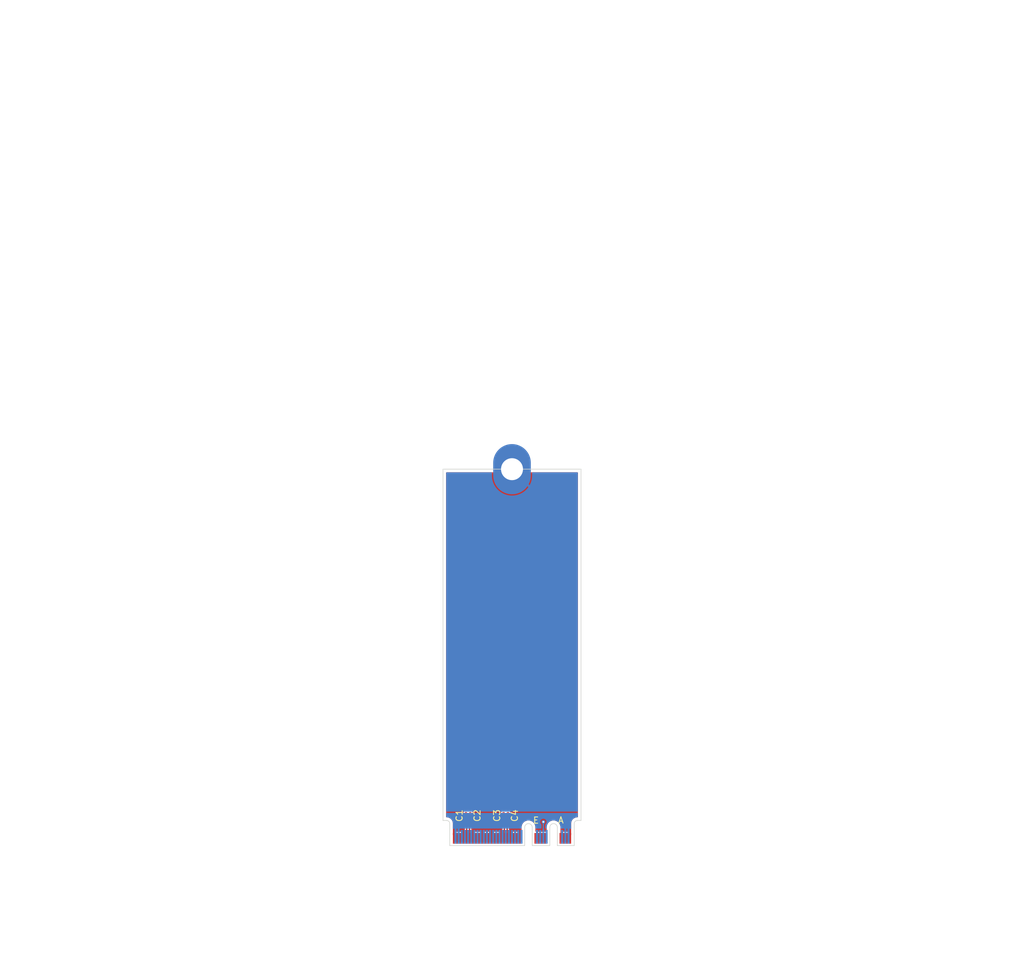
<source format=kicad_pcb>
(kicad_pcb (version 20241229) (generator "pcbnew") (generator_version "9.0")
  (layers (0 "F.Cu" signal) (2 "B.Cu" signal) (13 "F.Paste" user) (15 "B.Paste" user) (5 "F.SilkS" user "F.Silkscreen") (7 "B.SilkS" user "B.Silkscreen") (1 "F.Mask" user) (3 "B.Mask" user) (25 "Edge.Cuts" user))
  (net 0 "")
  (net 1 "GND")
  (net 2 "/M.2 A+E Key/PET1P")
  (net 3 "/M.2 A+E Key/PET0N")
  (net 4 "/M.2 A+E Key/PET1N")
  (net 5 "/M.2 A+E Key/PET0P")
  (net 6 "/PET0-")
  (net 7 "/PET1-")
  (net 8 "+3.3V")
  (net 9 "/USB_D+")
  (net 10 "/USB_D-")
  (net 11 "/LED#1")
  (net 12 "/LED#2")
  (net 21 "/PER0-")
  (net 23 "/PER0+")
  (net 29 "/REFCLK0+")
  (net 31 "/REFCLK0-")
  (net 32 "/SUSCLK")
  (net 33 "/PERST0#")
  (net 34 "/CLKREQ0#")
  (net 35 "/W_DISABLE2#")
  (net 36 "/PEWAKE#")
  (net 37 "/W_DISABLE1#")
  (net 38 "/I2C_DATA")
  (net 39 "/PER1+")
  (net 40 "/I2C_CLK")
  (net 41 "/PER1-")
  (net 42 "/ALERT#")
  (net 44 "/PERST1#")
  (net 45 "/CLKREQ1#")
  (net 46 "/PEWAKE1#")
  (net 47 "/REFCLK1+")
  (net 48 "/REFCLK1-")
  (net 49 "/PET0+")
  (net 50 "/PET1+")
  (footprint "PCIexpress:M.2 A+E Key Connector" (layer "F.Cu") (at 108.05 156.08)
    (property "Reference" "J1")
    (property "Value" "~")
    (fp_line (start -11 -2.89) (end -10.425 -2.89) (stroke (width 0.1)) (layer "Edge.Cuts"))
    (fp_line (start -9.925 -2.39) (end -9.925 1.11) (stroke (width 0.1)) (layer "Edge.Cuts"))
    (fp_line (start 2.025 -1.79) (end 2.025 1.11) (stroke (width 0.1)) (layer "Edge.Cuts"))
    (fp_line (start 2.025 1.11) (end -9.925 1.11) (stroke (width 0.1)) (layer "Edge.Cuts"))
    (fp_line (start 3.225 -1.79) (end 3.225 1.11) (stroke (width 0.1)) (layer "Edge.Cuts"))
    (fp_line (start 3.225 1.11) (end 6.025 1.11) (stroke (width 0.1)) (layer "Edge.Cuts"))
    (fp_line (start 6.025 -1.79) (end 6.025 1.11) (stroke (width 0.1)) (layer "Edge.Cuts"))
    (fp_line (start 7.225 -1.79) (end 7.225 1.11) (stroke (width 0.1)) (layer "Edge.Cuts"))
    (fp_line (start 7.225 1.11) (end 9.925 1.11) (stroke (width 0.1)) (layer "Edge.Cuts"))
    (fp_line (start 9.925 -2.39) (end 9.925 1.11) (stroke (width 0.1)) (layer "Edge.Cuts"))
    (fp_line (start 10.425 -2.89) (end 11 -2.89) (stroke (width 0.1)) (layer "Edge.Cuts"))
    (fp_arc (start -10.425 -2.89) (mid -10.071447 -2.743553) (end -9.925 -2.39) (stroke (width 0.1)) (layer "Edge.Cuts"))
    (fp_arc (start 2.025 -1.79) (mid 2.625 -2.39) (end 3.225 -1.79) (stroke (width 0.1)) (layer "Edge.Cuts"))
    (fp_arc (start 6.025 -1.79) (mid 6.625 -2.39) (end 7.225 -1.79) (stroke (width 0.1)) (layer "Edge.Cuts"))
    (fp_arc (start 9.925 -2.39) (mid 10.071447 -2.743553) (end 10.425 -2.89) (stroke (width 0.1)) (layer "Edge.Cuts"))
    (fp_text user "E" (at 3.28 -2.32 0) (layer "F.SilkS") (effects (justify left bottom)))
    (fp_text user "A" (at 7.265 -2.345 0) (layer "F.SilkS") (effects (justify left bottom)))
    (pad "1" smd rect (at 9.25 -0.04 180) (size 0.35 1.7) (layers "F.Cu") (net 1 "GND"))
    (pad "2" smd rect (at 9 -0.29 180) (size 0.35 2.2) (layers "B.Cu") (net 8 "+3.3V"))
    (pad "3" smd rect (at 8.75 -0.04 180) (size 0.35 1.7) (layers "F.Cu") (net 9 "/USB_D+"))
    (pad "4" smd rect (at 8.5 -0.29 180) (size 0.35 2.2) (layers "B.Cu") (net 8 "+3.3V"))
    (pad "5" smd rect (at 8.25 -0.04 180) (size 0.35 1.7) (layers "F.Cu") (net 10 "/USB_D-"))
    (pad "6" smd rect (at 8 -0.29 180) (size 0.35 2.2) (layers "B.Cu") (net 11 "/LED#1"))
    (pad "7" smd rect (at 7.75 -0.04 180) (size 0.35 1.7) (layers "F.Cu") (net 1 "GND"))
    (pad "16" smd rect (at 5.5 -0.29 180) (size 0.35 2.2) (layers "B.Cu") (net 12 "/LED#2"))
    (pad "17" smd rect (at 5.25 -0.04 180) (size 0.35 1.7) (layers "F.Cu"))
    (pad "18" smd rect (at 5 -0.29 180) (size 0.35 2.2) (layers "B.Cu") (net 1 "GND"))
    (pad "19" smd rect (at 4.75 -0.04 180) (size 0.35 1.7) (layers "F.Cu"))
    (pad "20" smd rect (at 4.5 -0.29 180) (size 0.35 2.2) (layers "B.Cu"))
    (pad "21" smd rect (at 4.25 -0.04 180) (size 0.35 1.7) (layers "F.Cu"))
    (pad "22" smd rect (at 4 -0.29 180) (size 0.35 2.2) (layers "B.Cu"))
    (pad "23" smd rect (at 3.75 -0.04 180) (size 0.35 1.7) (layers "F.Cu"))
    (pad "32" smd rect (at 1.5 -0.29 180) (size 0.35 2.2) (layers "B.Cu"))
    (pad "33" smd rect (at 1.25 -0.04 180) (size 0.35 1.7) (layers "F.Cu") (net 1 "GND"))
    (pad "34" smd rect (at 1 -0.29 180) (size 0.35 2.2) (layers "B.Cu"))
    (pad "35" smd rect (at 0.75 -0.04 180) (size 0.35 1.7) (layers "F.Cu") (net 21 "/PER0-"))
    (pad "36" smd rect (at 0.5 -0.29 180) (size 0.35 2.2) (layers "B.Cu"))
    (pad "37" smd rect (at 0.25 -0.04 180) (size 0.35 1.7) (layers "F.Cu") (net 23 "/PER0+"))
    (pad "38" smd rect (at 0 -0.29 180) (size 0.35 2.2) (layers "B.Cu"))
    (pad "39" smd rect (at -0.25 -0.04 180) (size 0.35 1.7) (layers "F.Cu") (net 1 "GND"))
    (pad "40" smd rect (at -0.5 -0.29 180) (size 0.35 2.2) (layers "B.Cu"))
    (pad "41" smd rect (at -0.75 -0.04 180) (size 0.35 1.7) (layers "F.Cu") (net 5 "/M.2 A+E Key/PET0P"))
    (pad "42" smd rect (at -1 -0.29 180) (size 0.35 2.2) (layers "B.Cu"))
    (pad "43" smd rect (at -1.25 -0.04 180) (size 0.35 1.7) (layers "F.Cu") (net 3 "/M.2 A+E Key/PET0N"))
    (pad "44" smd rect (at -1.5 -0.29 180) (size 0.35 2.2) (layers "B.Cu"))
    (pad "45" smd rect (at -1.75 -0.04 180) (size 0.35 1.7) (layers "F.Cu") (net 1 "GND"))
    (pad "46" smd rect (at -2 -0.29 180) (size 0.35 2.2) (layers "B.Cu"))
    (pad "47" smd rect (at -2.25 -0.04 180) (size 0.35 1.7) (layers "F.Cu") (net 29 "/REFCLK0+"))
    (pad "48" smd rect (at -2.5 -0.29 180) (size 0.35 2.2) (layers "B.Cu"))
    (pad "49" smd rect (at -2.75 -0.04 180) (size 0.35 1.7) (layers "F.Cu") (net 31 "/REFCLK0-"))
    (pad "50" smd rect (at -3 -0.29 180) (size 0.35 2.2) (layers "B.Cu") (net 32 "/SUSCLK"))
    (pad "51" smd rect (at -3.25 -0.04 180) (size 0.35 1.7) (layers "F.Cu") (net 1 "GND"))
    (pad "52" smd rect (at -3.5 -0.29 180) (size 0.35 2.2) (layers "B.Cu") (net 33 "/PERST0#"))
    (pad "53" smd rect (at -3.75 -0.04 180) (size 0.35 1.7) (layers "F.Cu") (net 34 "/CLKREQ0#"))
    (pad "54" smd rect (at -4 -0.29 180) (size 0.35 2.2) (layers "B.Cu") (net 35 "/W_DISABLE2#"))
    (pad "55" smd rect (at -4.25 -0.04 180) (size 0.35 1.7) (layers "F.Cu") (net 36 "/PEWAKE#"))
    (pad "56" smd rect (at -4.5 -0.29 180) (size 0.35 2.2) (layers "B.Cu") (net 37 "/W_DISABLE1#"))
    (pad "57" smd rect (at -4.75 -0.04 180) (size 0.35 1.7) (layers "F.Cu") (net 1 "GND"))
    (pad "58" smd rect (at -5 -0.29 180) (size 0.35 2.2) (layers "B.Cu") (net 38 "/I2C_DATA"))
    (pad "59" smd rect (at -5.25 -0.04 180) (size 0.35 1.7) (layers "F.Cu") (net 39 "/PER1+"))
    (pad "60" smd rect (at -5.5 -0.29 180) (size 0.35 2.2) (layers "B.Cu") (net 40 "/I2C_CLK"))
    (pad "61" smd rect (at -5.75 -0.04 180) (size 0.35 1.7) (layers "F.Cu") (net 41 "/PER1-"))
    (pad "62" smd rect (at -6 -0.29 180) (size 0.35 2.2) (layers "B.Cu") (net 42 "/ALERT#"))
    (pad "63" smd rect (at -6.25 -0.04 180) (size 0.35 1.7) (layers "F.Cu") (net 1 "GND"))
    (pad "64" smd rect (at -6.5 -0.29 180) (size 0.35 2.2) (layers "B.Cu"))
    (pad "65" smd rect (at -6.75 -0.04 180) (size 0.35 1.7) (layers "F.Cu") (net 2 "/M.2 A+E Key/PET1P"))
    (pad "66" smd rect (at -7 -0.29 180) (size 0.35 2.2) (layers "B.Cu") (net 44 "/PERST1#"))
    (pad "67" smd rect (at -7.25 -0.04 180) (size 0.35 1.7) (layers "F.Cu") (net 4 "/M.2 A+E Key/PET1N"))
    (pad "68" smd rect (at -7.5 -0.29 180) (size 0.35 2.2) (layers "B.Cu") (net 45 "/CLKREQ1#"))
    (pad "69" smd rect (at -7.75 -0.04 180) (size 0.35 1.7) (layers "F.Cu") (net 1 "GND"))
    (pad "70" smd rect (at -8 -0.29 180) (size 0.35 2.2) (layers "B.Cu") (net 46 "/PEWAKE1#"))
    (pad "71" smd rect (at -8.25 -0.04 180) (size 0.35 1.7) (layers "F.Cu") (net 47 "/REFCLK1+"))
    (pad "72" smd rect (at -8.5 -0.29 180) (size 0.35 2.2) (layers "B.Cu") (net 8 "+3.3V"))
    (pad "73" smd rect (at -8.75 -0.04 180) (size 0.35 1.7) (layers "F.Cu") (net 48 "/REFCLK1-"))
    (pad "74" smd rect (at -9 -0.29 180) (size 0.35 2.2) (layers "B.Cu") (net 8 "+3.3V"))
    (pad "75" smd rect (at -9.25 -0.04 180) (size 0.35 1.7) (layers "F.Cu") (net 1 "GND"))
  )
  (footprint "Capacitor_SMD:C_0201_0603Metric" (layer "F.Cu") (at 100.7 152.42 90)
    (property "Reference" "C1" (at 0 -1.05 90) (layer "F.SilkS"))
    (property "Value" "220nF")
    (pad "1" smd roundrect (at -0.32 0 90) (size 0.46 0.4) (layers "F.Cu" "F.Mask") (net 4 "/M.2 A+E Key/PET1N"))
    (pad "2" smd roundrect (at 0.32 0 90) (size 0.46 0.4) (layers "F.Cu" "F.Mask") (net 7 "/PET1-"))
  )
  (footprint "Athena KiCAd library:M.2 Mounting Pad" (layer "F.Cu") (at 108.05 97.19)
    (property "Reference" "H1")
    (property "Value" "MountingHole_Pad")
    (pad "1" thru_hole circle (at 0 0) (size 5.5 5.5) (drill 3.5) (property pad_prop_castellated) (layers "*.Cu" "*.Mask") (net 1 "GND") (padstack (mode front_inner_back) (layer "Inner" (shape circle) (size 5.5 5.5)) (layer "B.Cu" (shape oval) (size 6 8))))
  )
  (footprint "Capacitor_SMD:C_0201_0603Metric" (layer "F.Cu") (at 106.7 152.42 90)
    (property "Reference" "C3" (at 0 -1.05 90) (layer "F.SilkS"))
    (property "Value" "220nF")
    (pad "1" smd roundrect (at -0.32 0 90) (size 0.46 0.4) (layers "F.Cu" "F.Mask") (net 3 "/M.2 A+E Key/PET0N"))
    (pad "2" smd roundrect (at 0.32 0 90) (size 0.46 0.4) (layers "F.Cu" "F.Mask") (net 6 "/PET0-"))
  )
  (footprint "Capacitor_SMD:C_0201_0603Metric" (layer "F.Cu") (at 107.4 152.42 90)
    (property "Reference" "C4" (at 0 1.07 90) (layer "F.SilkS"))
    (property "Value" "220nF")
    (pad "1" smd roundrect (at -0.32 0 90) (size 0.46 0.4) (layers "F.Cu" "F.Mask") (net 5 "/M.2 A+E Key/PET0P"))
    (pad "2" smd roundrect (at 0.32 0 90) (size 0.46 0.4) (layers "F.Cu" "F.Mask") (net 49 "/PET0+"))
  )
  (footprint "Capacitor_SMD:C_0201_0603Metric" (layer "F.Cu") (at 101.4 152.42 90)
    (property "Reference" "C2" (at 0 1.11 90) (layer "F.SilkS"))
    (property "Value" "220nF")
    (pad "1" smd roundrect (at -0.32 0 90) (size 0.46 0.4) (layers "F.Cu" "F.Mask") (net 2 "/M.2 A+E Key/PET1P"))
    (pad "2" smd roundrect (at 0.32 0 90) (size 0.46 0.4) (layers "F.Cu" "F.Mask") (net 50 "/PET1+"))
  )
  (gr_line (start 97.05 97.19) (end 97.05 153.19) (stroke (width 0.1)) (layer "Edge.Cuts"))
  (gr_line (start 119.05 97.19) (end 97.05 97.19) (stroke (width 0.1)) (layer "Edge.Cuts"))
  (gr_line (start 119.05 153.19) (end 119.05 97.19) (stroke (width 0.1)) (layer "Edge.Cuts"))
  (via (at 113.05 153.42) (size 0.6) (drill 0.3) (layers "F.Cu" "B.Cu") (net 1))
  (segment (start 113.05 153.42) (end 113.05 155.79) (width 0.2) (layer "B.Cu") (net 1))
  (segment (start 101.275 154.739999) (end 101.275 153.210001) (width 0.2) (layer "F.Cu") (net 2))
  (segment (start 101.3 156.04) (end 101.3 154.764999) (width 0.2) (layer "F.Cu") (net 2))
  (segment (start 101.4 153.085001) (end 101.4 152.74) (width 0.2) (layer "F.Cu") (net 2))
  (segment (start 101.275 153.210001) (end 101.4 153.085001) (width 0.2) (layer "F.Cu") (net 2))
  (segment (start 101.3 154.764999) (end 101.275 154.739999) (width 0.2) (layer "F.Cu") (net 2))
  (segment (start 106.8 154.764999) (end 106.825 154.739999) (width 0.2) (layer "F.Cu") (net 3))
  (segment (start 106.825 154.739999) (end 106.825 153.210001) (width 0.2) (layer "F.Cu") (net 3))
  (segment (start 106.825 153.210001) (end 106.7 153.085001) (width 0.2) (layer "F.Cu") (net 3))
  (segment (start 106.7 153.085001) (end 106.7 152.74) (width 0.2) (layer "F.Cu") (net 3))
  (segment (start 106.8 156.04) (end 106.8 154.764999) (width 0.2) (layer "F.Cu") (net 3))
  (segment (start 100.7 153.085001) (end 100.7 152.74) (width 0.2) (layer "F.Cu") (net 4))
  (segment (start 100.825 153.210001) (end 100.7 153.085001) (width 0.2) (layer "F.Cu") (net 4))
  (segment (start 100.825 154.739999) (end 100.825 153.210001) (width 0.2) (layer "F.Cu") (net 4))
  (segment (start 100.8 154.764999) (end 100.825 154.739999) (width 0.2) (layer "F.Cu") (net 4))
  (segment (start 100.8 156.04) (end 100.8 154.764999) (width 0.2) (layer "F.Cu") (net 4))
  (segment (start 107.3 154.764999) (end 107.275 154.739999) (width 0.2) (layer "F.Cu") (net 5))
  (segment (start 107.4 153.085001) (end 107.4 152.74) (width 0.2) (layer "F.Cu") (net 5))
  (segment (start 107.275 153.210001) (end 107.4 153.085001) (width 0.2) (layer "F.Cu") (net 5))
  (segment (start 107.275 154.739999) (end 107.275 153.210001) (width 0.2) (layer "F.Cu") (net 5))
  (segment (start 107.3 156.04) (end 107.3 154.764999) (width 0.2) (layer "F.Cu") (net 5))
  (zone (net 1) (net_name "GND") (layers "F.Cu" "B.Cu") (connect_pads (clearance 0.2)) (min_thickness 0.15) (fill yes (thermal_gap 0.2) (thermal_bridge_width 0.35))
    (polygon (pts (xy 123.05 155.52) (xy 123.05 47.19) (xy 93.05 47.19) (xy 93.05 155.52)))
  )
  (zone (net 8) (net_name "+3.3V") (layer "B.Cu") (priority 1) (connect_pads (clearance 0.2)) (min_thickness 0.15) (fill yes (thermal_gap 0.2) (thermal_bridge_width 0.35))
    (polygon (pts (xy 119.05 155.51) (xy 119.05 151.99) (xy 97.05 151.99) (xy 97.05 155.51)))
  )
)
</source>
